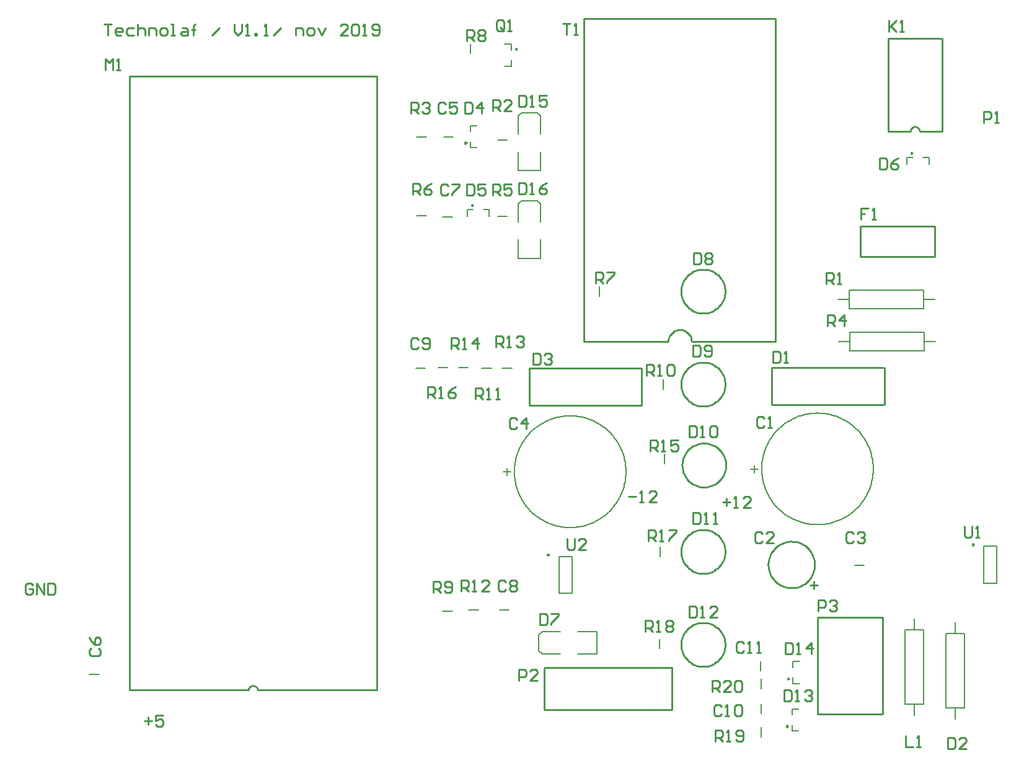
<source format=gto>
G04 Layer_Color=65535*
%FSLAX25Y25*%
%MOIN*%
G70*
G01*
G75*
%ADD41C,0.00984*%
%ADD42C,0.01000*%
%ADD43C,0.00787*%
%ADD44C,0.00591*%
D41*
X372748Y429894D02*
X372010Y430320D01*
Y429467D01*
X372748Y429894D01*
X417095Y208347D02*
X416356Y208773D01*
Y207920D01*
X417095Y208347D01*
X612646Y424386D02*
X611907Y424812D01*
Y423960D01*
X612646Y424386D01*
X376146Y396386D02*
X375408Y396812D01*
Y395960D01*
X376146Y396386D01*
X545677Y116154D02*
X544939Y116580D01*
Y115727D01*
X545677Y116154D01*
X546177Y141654D02*
X545439Y142080D01*
Y141227D01*
X546177Y141654D01*
X399807Y480398D02*
X399069Y480824D01*
Y479971D01*
X399807Y480398D01*
X645543Y213846D02*
X644805Y214273D01*
Y213420D01*
X645543Y213846D01*
D42*
X560000Y203000D02*
X559961Y203993D01*
X559842Y204980D01*
X559646Y205954D01*
X559373Y206910D01*
X559025Y207841D01*
X558603Y208741D01*
X558112Y209605D01*
X557554Y210427D01*
X556932Y211203D01*
X556250Y211926D01*
X555514Y212593D01*
X554726Y213200D01*
X553893Y213741D01*
X553019Y214215D01*
X552111Y214618D01*
X551173Y214948D01*
X550212Y215202D01*
X549234Y215379D01*
X548245Y215478D01*
X547252Y215497D01*
X546259Y215438D01*
X545275Y215300D01*
X544305Y215085D01*
X543355Y214793D01*
X542431Y214426D01*
X541539Y213987D01*
X540685Y213479D01*
X539874Y212904D01*
X539111Y212267D01*
X538402Y211571D01*
X537749Y210821D01*
X537159Y210022D01*
X536633Y209178D01*
X536177Y208295D01*
X535792Y207379D01*
X535481Y206435D01*
X535246Y205469D01*
X535089Y204488D01*
X535010Y203497D01*
Y202503D01*
X535089Y201512D01*
X535246Y200531D01*
X535481Y199565D01*
X535792Y198621D01*
X536177Y197705D01*
X536633Y196822D01*
X537159Y195978D01*
X537749Y195179D01*
X538402Y194429D01*
X539111Y193733D01*
X539874Y193096D01*
X540685Y192521D01*
X541539Y192013D01*
X542431Y191574D01*
X543355Y191207D01*
X544305Y190915D01*
X545275Y190700D01*
X546259Y190562D01*
X547252Y190503D01*
X548245Y190522D01*
X549234Y190621D01*
X550212Y190798D01*
X551173Y191052D01*
X552111Y191382D01*
X553019Y191785D01*
X553893Y192259D01*
X554726Y192800D01*
X555514Y193407D01*
X556251Y194074D01*
X556932Y194797D01*
X557554Y195572D01*
X558112Y196395D01*
X558603Y197259D01*
X559025Y198159D01*
X559373Y199090D01*
X559646Y200046D01*
X559842Y201020D01*
X559961Y202007D01*
X560000Y203000D01*
X493750Y323000D02*
X493673Y323978D01*
X493444Y324931D01*
X493069Y325837D01*
X492556Y326674D01*
X491919Y327419D01*
X491174Y328056D01*
X490337Y328569D01*
X489431Y328944D01*
X488478Y329173D01*
X487500Y329250D01*
X486522Y329173D01*
X485569Y328944D01*
X484663Y328569D01*
X483826Y328056D01*
X483081Y327419D01*
X482444Y326674D01*
X481931Y325837D01*
X481556Y324931D01*
X481327Y323978D01*
X481250Y323000D01*
X511800Y350000D02*
X511758Y351001D01*
X511630Y351994D01*
X511419Y352973D01*
X511126Y353931D01*
X510752Y354860D01*
X510302Y355755D01*
X509776Y356608D01*
X509181Y357413D01*
X508519Y358165D01*
X507796Y358858D01*
X507017Y359487D01*
X506187Y360048D01*
X505312Y360537D01*
X504400Y360949D01*
X503455Y361283D01*
X502486Y361535D01*
X501499Y361704D01*
X500501Y361789D01*
X499499D01*
X498501Y361704D01*
X497514Y361535D01*
X496545Y361283D01*
X495600Y360949D01*
X494688Y360537D01*
X493813Y360048D01*
X492983Y359487D01*
X492204Y358858D01*
X491481Y358165D01*
X490819Y357413D01*
X490224Y356608D01*
X489698Y355755D01*
X489248Y354860D01*
X488874Y353931D01*
X488581Y352973D01*
X488370Y351994D01*
X488242Y351001D01*
X488200Y350000D01*
X488242Y348999D01*
X488370Y348006D01*
X488581Y347027D01*
X488874Y346069D01*
X489248Y345140D01*
X489698Y344245D01*
X490224Y343392D01*
X490819Y342587D01*
X491481Y341835D01*
X492204Y341142D01*
X492983Y340513D01*
X493813Y339952D01*
X494688Y339463D01*
X495600Y339051D01*
X496545Y338717D01*
X497514Y338465D01*
X498501Y338296D01*
X499499Y338211D01*
X500501D01*
X501499Y338296D01*
X502486Y338465D01*
X503455Y338717D01*
X504400Y339051D01*
X505312Y339463D01*
X506187Y339952D01*
X507017Y340513D01*
X507796Y341142D01*
X508519Y341835D01*
X509181Y342587D01*
X509776Y343392D01*
X510302Y344245D01*
X510752Y345140D01*
X511126Y346069D01*
X511419Y347027D01*
X511630Y348006D01*
X511758Y348999D01*
X511800Y350000D01*
Y300000D02*
X511758Y301001D01*
X511630Y301994D01*
X511419Y302973D01*
X511126Y303931D01*
X510752Y304860D01*
X510302Y305755D01*
X509776Y306608D01*
X509181Y307413D01*
X508519Y308165D01*
X507796Y308858D01*
X507017Y309487D01*
X506187Y310048D01*
X505312Y310537D01*
X504400Y310949D01*
X503455Y311283D01*
X502486Y311535D01*
X501499Y311704D01*
X500501Y311789D01*
X499499D01*
X498501Y311704D01*
X497514Y311535D01*
X496545Y311283D01*
X495600Y310949D01*
X494688Y310537D01*
X493813Y310048D01*
X492983Y309487D01*
X492204Y308858D01*
X491481Y308165D01*
X490819Y307413D01*
X490224Y306608D01*
X489698Y305755D01*
X489248Y304860D01*
X488874Y303931D01*
X488581Y302973D01*
X488370Y301994D01*
X488242Y301001D01*
X488200Y300000D01*
X488242Y298999D01*
X488370Y298006D01*
X488581Y297027D01*
X488874Y296069D01*
X489248Y295140D01*
X489698Y294245D01*
X490224Y293392D01*
X490819Y292587D01*
X491481Y291835D01*
X492204Y291142D01*
X492983Y290513D01*
X493813Y289952D01*
X494688Y289463D01*
X495600Y289051D01*
X496545Y288717D01*
X497514Y288465D01*
X498501Y288296D01*
X499499Y288211D01*
X500501D01*
X501499Y288296D01*
X502486Y288465D01*
X503455Y288717D01*
X504400Y289051D01*
X505312Y289463D01*
X506187Y289952D01*
X507017Y290513D01*
X507796Y291142D01*
X508519Y291835D01*
X509181Y292587D01*
X509776Y293392D01*
X510302Y294245D01*
X510752Y295140D01*
X511126Y296069D01*
X511419Y297027D01*
X511630Y298006D01*
X511758Y298999D01*
X511800Y300000D01*
X512300Y256500D02*
X512257Y257501D01*
X512130Y258494D01*
X511919Y259473D01*
X511626Y260431D01*
X511252Y261360D01*
X510802Y262255D01*
X510276Y263108D01*
X509681Y263913D01*
X509019Y264665D01*
X508296Y265358D01*
X507517Y265987D01*
X506687Y266548D01*
X505812Y267037D01*
X504900Y267449D01*
X503955Y267783D01*
X502986Y268035D01*
X501999Y268204D01*
X501001Y268289D01*
X499999D01*
X499001Y268204D01*
X498014Y268035D01*
X497045Y267783D01*
X496100Y267449D01*
X495188Y267037D01*
X494313Y266548D01*
X493483Y265987D01*
X492704Y265358D01*
X491981Y264665D01*
X491319Y263913D01*
X490724Y263108D01*
X490198Y262255D01*
X489747Y261360D01*
X489374Y260431D01*
X489081Y259473D01*
X488870Y258494D01*
X488742Y257501D01*
X488700Y256500D01*
X488742Y255499D01*
X488870Y254506D01*
X489081Y253527D01*
X489374Y252569D01*
X489747Y251640D01*
X490198Y250745D01*
X490724Y249892D01*
X491319Y249087D01*
X491981Y248335D01*
X492704Y247642D01*
X493483Y247013D01*
X494313Y246452D01*
X495188Y245964D01*
X496100Y245551D01*
X497045Y245217D01*
X498014Y244965D01*
X499001Y244796D01*
X499999Y244711D01*
X501001D01*
X501999Y244796D01*
X502986Y244965D01*
X503955Y245217D01*
X504900Y245551D01*
X505812Y245964D01*
X506687Y246452D01*
X507517Y247013D01*
X508296Y247642D01*
X509019Y248335D01*
X509681Y249087D01*
X510276Y249892D01*
X510802Y250745D01*
X511252Y251640D01*
X511626Y252569D01*
X511919Y253527D01*
X512130Y254506D01*
X512257Y255499D01*
X512300Y256500D01*
X511800Y210000D02*
X511758Y211001D01*
X511630Y211994D01*
X511419Y212973D01*
X511126Y213931D01*
X510752Y214860D01*
X510302Y215755D01*
X509776Y216608D01*
X509181Y217413D01*
X508519Y218165D01*
X507796Y218858D01*
X507017Y219487D01*
X506187Y220048D01*
X505312Y220536D01*
X504400Y220949D01*
X503455Y221283D01*
X502486Y221535D01*
X501499Y221704D01*
X500501Y221789D01*
X499499D01*
X498501Y221704D01*
X497514Y221535D01*
X496545Y221283D01*
X495600Y220949D01*
X494688Y220536D01*
X493813Y220048D01*
X492983Y219487D01*
X492204Y218858D01*
X491481Y218165D01*
X490819Y217413D01*
X490224Y216608D01*
X489698Y215755D01*
X489248Y214860D01*
X488874Y213931D01*
X488581Y212973D01*
X488370Y211994D01*
X488242Y211001D01*
X488200Y210000D01*
X488242Y208999D01*
X488370Y208006D01*
X488581Y207027D01*
X488874Y206069D01*
X489248Y205140D01*
X489698Y204245D01*
X490224Y203392D01*
X490819Y202587D01*
X491481Y201835D01*
X492204Y201142D01*
X492983Y200513D01*
X493813Y199952D01*
X494688Y199463D01*
X495600Y199051D01*
X496545Y198717D01*
X497514Y198465D01*
X498501Y198296D01*
X499499Y198211D01*
X500501D01*
X501499Y198296D01*
X502486Y198465D01*
X503455Y198717D01*
X504400Y199051D01*
X505312Y199463D01*
X506187Y199952D01*
X507017Y200513D01*
X507796Y201142D01*
X508519Y201835D01*
X509181Y202587D01*
X509776Y203392D01*
X510302Y204245D01*
X510752Y205140D01*
X511126Y206069D01*
X511419Y207027D01*
X511630Y208006D01*
X511758Y208999D01*
X511800Y210000D01*
Y160000D02*
X511758Y161001D01*
X511630Y161994D01*
X511419Y162973D01*
X511126Y163931D01*
X510752Y164860D01*
X510302Y165755D01*
X509776Y166608D01*
X509181Y167413D01*
X508519Y168165D01*
X507796Y168858D01*
X507017Y169487D01*
X506187Y170048D01*
X505312Y170536D01*
X504400Y170949D01*
X503455Y171283D01*
X502486Y171535D01*
X501499Y171704D01*
X500501Y171789D01*
X499499D01*
X498501Y171704D01*
X497514Y171535D01*
X496545Y171283D01*
X495600Y170949D01*
X494688Y170536D01*
X493813Y170048D01*
X492983Y169487D01*
X492204Y168858D01*
X491481Y168165D01*
X490819Y167413D01*
X490224Y166608D01*
X489698Y165755D01*
X489248Y164860D01*
X488874Y163931D01*
X488581Y162973D01*
X488370Y161994D01*
X488242Y161001D01*
X488200Y160000D01*
X488242Y158999D01*
X488370Y158006D01*
X488581Y157027D01*
X488874Y156069D01*
X489248Y155140D01*
X489698Y154245D01*
X490224Y153392D01*
X490819Y152587D01*
X491481Y151835D01*
X492204Y151142D01*
X492983Y150513D01*
X493813Y149952D01*
X494688Y149463D01*
X495600Y149051D01*
X496545Y148717D01*
X497514Y148465D01*
X498501Y148296D01*
X499499Y148211D01*
X500501D01*
X501499Y148296D01*
X502486Y148465D01*
X503455Y148717D01*
X504400Y149051D01*
X505312Y149463D01*
X506187Y149952D01*
X507017Y150513D01*
X507796Y151142D01*
X508519Y151835D01*
X509181Y152587D01*
X509776Y153392D01*
X510302Y154245D01*
X510752Y155140D01*
X511126Y156069D01*
X511419Y157027D01*
X511630Y158006D01*
X511758Y158999D01*
X511800Y160000D01*
X616500Y436000D02*
X616310Y436957D01*
X615768Y437768D01*
X614957Y438310D01*
X614000Y438500D01*
X613043Y438310D01*
X612232Y437768D01*
X611690Y436957D01*
X611500Y436000D01*
X260500Y135500D02*
X260310Y136457D01*
X259768Y137268D01*
X258957Y137810D01*
X258000Y138000D01*
X257043Y137810D01*
X256232Y137268D01*
X255690Y136457D01*
X255500Y135500D01*
X557500Y192000D02*
X561500D01*
X559500Y190000D02*
Y194000D01*
X493750Y323000D02*
X539000D01*
X436000D02*
X481250D01*
X436000D02*
Y496500D01*
X539000D01*
Y323000D02*
Y496500D01*
X414550Y125051D02*
Y147051D01*
Y147551D02*
X483200D01*
Y125051D02*
Y147551D01*
X414550Y125051D02*
X483200D01*
X616500Y436000D02*
X628500D01*
X599500D02*
X611500D01*
X599600D02*
Y486000D01*
X628000D01*
X628400Y436000D02*
Y486000D01*
X406500Y288500D02*
Y308500D01*
Y288500D02*
X466500D01*
X467000D02*
Y308500D01*
X406500D02*
X466500D01*
X537000Y289000D02*
Y309000D01*
Y289000D02*
X597000D01*
X597500D02*
Y309000D01*
X537000D02*
X597000D01*
X584500Y368500D02*
X624500D01*
X584500D02*
Y385000D01*
X624500D01*
Y368500D02*
Y385000D01*
X260500Y135500D02*
X324500D01*
X191500D02*
X255500D01*
X191500D02*
Y465500D01*
X324500D01*
Y135500D02*
Y465500D01*
X561500Y134075D02*
Y174500D01*
Y122500D02*
Y142225D01*
Y122500D02*
X596450D01*
Y174500D01*
X561500D02*
X596450D01*
X377500Y292000D02*
Y297998D01*
X380499D01*
X381499Y296998D01*
Y294999D01*
X380499Y293999D01*
X377500D01*
X379499D02*
X381499Y292000D01*
X383498D02*
X385497D01*
X384498D01*
Y297998D01*
X383498Y296998D01*
X388496Y292000D02*
X390496D01*
X389496D01*
Y297998D01*
X388496Y296998D01*
X372000Y451498D02*
Y445500D01*
X374999D01*
X375999Y446500D01*
Y450498D01*
X374999Y451498D01*
X372000D01*
X380997Y445500D02*
Y451498D01*
X377998Y448499D01*
X381997D01*
X401000Y408198D02*
Y402200D01*
X403999D01*
X404999Y403200D01*
Y407198D01*
X403999Y408198D01*
X401000D01*
X406998Y402200D02*
X408997D01*
X407998D01*
Y408198D01*
X406998Y407198D01*
X415995Y408198D02*
X413996Y407198D01*
X411996Y405199D01*
Y403200D01*
X412996Y402200D01*
X414995D01*
X415995Y403200D01*
Y404199D01*
X414995Y405199D01*
X411996D01*
X401000Y455415D02*
Y449416D01*
X403999D01*
X404999Y450416D01*
Y454415D01*
X403999Y455415D01*
X401000D01*
X406998Y449416D02*
X408997D01*
X407998D01*
Y455415D01*
X406998Y454415D01*
X415995Y455415D02*
X411996D01*
Y452416D01*
X413996Y453415D01*
X414995D01*
X415995Y452416D01*
Y450416D01*
X414995Y449416D01*
X412996D01*
X411996Y450416D01*
X492500Y180498D02*
Y174500D01*
X495499D01*
X496499Y175500D01*
Y179498D01*
X495499Y180498D01*
X492500D01*
X498498Y174500D02*
X500497D01*
X499498D01*
Y180498D01*
X498498Y179498D01*
X507495Y174500D02*
X503496D01*
X507495Y178499D01*
Y179498D01*
X506496Y180498D01*
X504496D01*
X503496Y179498D01*
X494500Y230998D02*
Y225000D01*
X497499D01*
X498499Y226000D01*
Y229998D01*
X497499Y230998D01*
X494500D01*
X500498Y225000D02*
X502497D01*
X501498D01*
Y230998D01*
X500498Y229998D01*
X505496Y225000D02*
X507496D01*
X506496D01*
Y230998D01*
X505496Y229998D01*
X492500Y277498D02*
Y271500D01*
X495499D01*
X496499Y272500D01*
Y276498D01*
X495499Y277498D01*
X492500D01*
X498498Y271500D02*
X500497D01*
X499498D01*
Y277498D01*
X498498Y276498D01*
X503496D02*
X504496Y277498D01*
X506496D01*
X507495Y276498D01*
Y272500D01*
X506496Y271500D01*
X504496D01*
X503496Y272500D01*
Y276498D01*
X494500Y320998D02*
Y315000D01*
X497499D01*
X498499Y316000D01*
Y319998D01*
X497499Y320998D01*
X494500D01*
X500498Y316000D02*
X501498Y315000D01*
X503497D01*
X504497Y316000D01*
Y319998D01*
X503497Y320998D01*
X501498D01*
X500498Y319998D01*
Y318999D01*
X501498Y317999D01*
X504497D01*
X495000Y370498D02*
Y364500D01*
X497999D01*
X498999Y365500D01*
Y369498D01*
X497999Y370498D01*
X495000D01*
X500998Y369498D02*
X501998Y370498D01*
X503997D01*
X504997Y369498D01*
Y368499D01*
X503997Y367499D01*
X504997Y366499D01*
Y365500D01*
X503997Y364500D01*
X501998D01*
X500998Y365500D01*
Y366499D01*
X501998Y367499D01*
X500998Y368499D01*
Y369498D01*
X501998Y367499D02*
X503997D01*
X373000Y484700D02*
Y490698D01*
X375999D01*
X376999Y489698D01*
Y487699D01*
X375999Y486699D01*
X373000D01*
X374999D02*
X376999Y484700D01*
X378998Y489698D02*
X379998Y490698D01*
X381997D01*
X382997Y489698D01*
Y488699D01*
X381997Y487699D01*
X382997Y486699D01*
Y485700D01*
X381997Y484700D01*
X379998D01*
X378998Y485700D01*
Y486699D01*
X379998Y487699D01*
X378998Y488699D01*
Y489698D01*
X379998Y487699D02*
X381997D01*
X505000Y134500D02*
Y140498D01*
X507999D01*
X508999Y139498D01*
Y137499D01*
X507999Y136499D01*
X505000D01*
X506999D02*
X508999Y134500D01*
X514997D02*
X510998D01*
X514997Y138499D01*
Y139498D01*
X513997Y140498D01*
X511998D01*
X510998Y139498D01*
X516996D02*
X517996Y140498D01*
X519995D01*
X520995Y139498D01*
Y135500D01*
X519995Y134500D01*
X517996D01*
X516996Y135500D01*
Y139498D01*
X506500Y108000D02*
Y113998D01*
X509499D01*
X510499Y112998D01*
Y110999D01*
X509499Y109999D01*
X506500D01*
X508499D02*
X510499Y108000D01*
X512498D02*
X514497D01*
X513498D01*
Y113998D01*
X512498Y112998D01*
X517496Y109000D02*
X518496Y108000D01*
X520496D01*
X521495Y109000D01*
Y112998D01*
X520496Y113998D01*
X518496D01*
X517496Y112998D01*
Y111999D01*
X518496Y110999D01*
X521495D01*
X600000Y495498D02*
Y489500D01*
Y491499D01*
X603999Y495498D01*
X601000Y492499D01*
X603999Y489500D01*
X605998D02*
X607997D01*
X606998D01*
Y495498D01*
X605998Y494498D01*
X544100Y161098D02*
Y155100D01*
X547099D01*
X548099Y156100D01*
Y160098D01*
X547099Y161098D01*
X544100D01*
X550098Y155100D02*
X552097D01*
X551098D01*
Y161098D01*
X550098Y160098D01*
X558096Y155100D02*
Y161098D01*
X555096Y158099D01*
X559095D01*
X543600Y135598D02*
Y129600D01*
X546599D01*
X547599Y130600D01*
Y134598D01*
X546599Y135598D01*
X543600D01*
X549598Y129600D02*
X551597D01*
X550598D01*
Y135598D01*
X549598Y134598D01*
X554596D02*
X555596Y135598D01*
X557595D01*
X558595Y134598D01*
Y133599D01*
X557595Y132599D01*
X556596D01*
X557595D01*
X558595Y131599D01*
Y130600D01*
X557595Y129600D01*
X555596D01*
X554596Y130600D01*
X521999Y160498D02*
X520999Y161498D01*
X519000D01*
X518000Y160498D01*
Y156500D01*
X519000Y155500D01*
X520999D01*
X521999Y156500D01*
X523998Y155500D02*
X525997D01*
X524998D01*
Y161498D01*
X523998Y160498D01*
X528996Y155500D02*
X530996D01*
X529996D01*
Y161498D01*
X528996Y160498D01*
X509999Y126498D02*
X508999Y127498D01*
X507000D01*
X506000Y126498D01*
Y122500D01*
X507000Y121500D01*
X508999D01*
X509999Y122500D01*
X511998Y121500D02*
X513997D01*
X512998D01*
Y127498D01*
X511998Y126498D01*
X516996D02*
X517996Y127498D01*
X519995D01*
X520995Y126498D01*
Y122500D01*
X519995Y121500D01*
X517996D01*
X516996Y122500D01*
Y126498D01*
X427000Y216998D02*
Y212000D01*
X428000Y211000D01*
X429999D01*
X430999Y212000D01*
Y216998D01*
X436997Y211000D02*
X432998D01*
X436997Y214999D01*
Y215998D01*
X435997Y216998D01*
X433998D01*
X432998Y215998D01*
X640500Y223798D02*
Y218800D01*
X641500Y217800D01*
X643499D01*
X644499Y218800D01*
Y223798D01*
X646498Y217800D02*
X648497D01*
X647498D01*
Y223798D01*
X646498Y222798D01*
X651000Y440500D02*
Y446498D01*
X653999D01*
X654999Y445498D01*
Y443499D01*
X653999Y442499D01*
X651000D01*
X656998Y440500D02*
X658997D01*
X657998D01*
Y446498D01*
X656998Y445498D01*
X424500Y493998D02*
X428499D01*
X426499D01*
Y488000D01*
X430498D02*
X432497D01*
X431498D01*
Y493998D01*
X430498Y492998D01*
X178600Y469000D02*
Y474998D01*
X180599Y472999D01*
X182599Y474998D01*
Y469000D01*
X184598D02*
X186597D01*
X185598D01*
Y474998D01*
X184598Y473998D01*
X469000Y167000D02*
Y172998D01*
X471999D01*
X472999Y171998D01*
Y169999D01*
X471999Y168999D01*
X469000D01*
X470999D02*
X472999Y167000D01*
X474998D02*
X476997D01*
X475998D01*
Y172998D01*
X474998Y171998D01*
X479996D02*
X480996Y172998D01*
X482996D01*
X483995Y171998D01*
Y170999D01*
X482996Y169999D01*
X483995Y168999D01*
Y168000D01*
X482996Y167000D01*
X480996D01*
X479996Y168000D01*
Y168999D01*
X480996Y169999D01*
X479996Y170999D01*
Y171998D01*
X480996Y169999D02*
X482996D01*
X470500Y215500D02*
Y221498D01*
X473499D01*
X474499Y220498D01*
Y218499D01*
X473499Y217499D01*
X470500D01*
X472499D02*
X474499Y215500D01*
X476498D02*
X478497D01*
X477498D01*
Y221498D01*
X476498Y220498D01*
X481496Y221498D02*
X485495D01*
Y220498D01*
X481496Y216500D01*
Y215500D01*
X352000Y292500D02*
Y298498D01*
X354999D01*
X355999Y297498D01*
Y295499D01*
X354999Y294499D01*
X352000D01*
X353999D02*
X355999Y292500D01*
X357998D02*
X359997D01*
X358998D01*
Y298498D01*
X357998Y297498D01*
X366995Y298498D02*
X364996Y297498D01*
X362996Y295499D01*
Y293500D01*
X363996Y292500D01*
X365996D01*
X366995Y293500D01*
Y294499D01*
X365996Y295499D01*
X362996D01*
X471500Y264000D02*
Y269998D01*
X474499D01*
X475499Y268998D01*
Y266999D01*
X474499Y265999D01*
X471500D01*
X473499D02*
X475499Y264000D01*
X477498D02*
X479497D01*
X478498D01*
Y269998D01*
X477498Y268998D01*
X486495Y269998D02*
X482496D01*
Y266999D01*
X484496Y267999D01*
X485496D01*
X486495Y266999D01*
Y265000D01*
X485496Y264000D01*
X483496D01*
X482496Y265000D01*
X364500Y319000D02*
Y324998D01*
X367499D01*
X368499Y323998D01*
Y321999D01*
X367499Y320999D01*
X364500D01*
X366499D02*
X368499Y319000D01*
X370498D02*
X372497D01*
X371498D01*
Y324998D01*
X370498Y323998D01*
X378496Y319000D02*
Y324998D01*
X375496Y321999D01*
X379495D01*
X388500Y320000D02*
Y325998D01*
X391499D01*
X392499Y324998D01*
Y322999D01*
X391499Y321999D01*
X388500D01*
X390499D02*
X392499Y320000D01*
X394498D02*
X396497D01*
X395498D01*
Y325998D01*
X394498Y324998D01*
X399496D02*
X400496Y325998D01*
X402495D01*
X403495Y324998D01*
Y323999D01*
X402495Y322999D01*
X401496D01*
X402495D01*
X403495Y321999D01*
Y321000D01*
X402495Y320000D01*
X400496D01*
X399496Y321000D01*
X370000Y188500D02*
Y194498D01*
X372999D01*
X373999Y193498D01*
Y191499D01*
X372999Y190499D01*
X370000D01*
X371999D02*
X373999Y188500D01*
X375998D02*
X377997D01*
X376998D01*
Y194498D01*
X375998Y193498D01*
X384995Y188500D02*
X380996D01*
X384995Y192499D01*
Y193498D01*
X383996Y194498D01*
X381996D01*
X380996Y193498D01*
X469500Y304500D02*
Y310498D01*
X472499D01*
X473499Y309498D01*
Y307499D01*
X472499Y306499D01*
X469500D01*
X471499D02*
X473499Y304500D01*
X475498D02*
X477497D01*
X476498D01*
Y310498D01*
X475498Y309498D01*
X480496D02*
X481496Y310498D01*
X483496D01*
X484495Y309498D01*
Y305500D01*
X483496Y304500D01*
X481496D01*
X480496Y305500D01*
Y309498D01*
X355000Y188000D02*
Y193998D01*
X357999D01*
X358999Y192998D01*
Y190999D01*
X357999Y189999D01*
X355000D01*
X356999D02*
X358999Y188000D01*
X360998Y189000D02*
X361998Y188000D01*
X363997D01*
X364997Y189000D01*
Y192998D01*
X363997Y193998D01*
X361998D01*
X360998Y192998D01*
Y191999D01*
X361998Y190999D01*
X364997D01*
X442200Y354200D02*
Y360198D01*
X445199D01*
X446199Y359198D01*
Y357199D01*
X445199Y356199D01*
X442200D01*
X444199D02*
X446199Y354200D01*
X448198Y360198D02*
X452197D01*
Y359198D01*
X448198Y355200D01*
Y354200D01*
X344000Y402000D02*
Y407998D01*
X346999D01*
X347999Y406998D01*
Y404999D01*
X346999Y403999D01*
X344000D01*
X345999D02*
X347999Y402000D01*
X353997Y407998D02*
X351997Y406998D01*
X349998Y404999D01*
Y403000D01*
X350998Y402000D01*
X352997D01*
X353997Y403000D01*
Y403999D01*
X352997Y404999D01*
X349998D01*
X387000Y401500D02*
Y407498D01*
X389999D01*
X390999Y406498D01*
Y404499D01*
X389999Y403499D01*
X387000D01*
X388999D02*
X390999Y401500D01*
X396997Y407498D02*
X392998D01*
Y404499D01*
X394997Y405499D01*
X395997D01*
X396997Y404499D01*
Y402500D01*
X395997Y401500D01*
X393998D01*
X392998Y402500D01*
X566800Y331400D02*
Y337398D01*
X569799D01*
X570799Y336398D01*
Y334399D01*
X569799Y333399D01*
X566800D01*
X568799D02*
X570799Y331400D01*
X575797D02*
Y337398D01*
X572798Y334399D01*
X576797D01*
X343000Y445500D02*
Y451498D01*
X345999D01*
X346999Y450498D01*
Y448499D01*
X345999Y447499D01*
X343000D01*
X344999D02*
X346999Y445500D01*
X348998Y450498D02*
X349998Y451498D01*
X351997D01*
X352997Y450498D01*
Y449499D01*
X351997Y448499D01*
X350997D01*
X351997D01*
X352997Y447499D01*
Y446500D01*
X351997Y445500D01*
X349998D01*
X348998Y446500D01*
X387000Y447000D02*
Y452998D01*
X389999D01*
X390999Y451998D01*
Y449999D01*
X389999Y448999D01*
X387000D01*
X388999D02*
X390999Y447000D01*
X396997D02*
X392998D01*
X396997Y450999D01*
Y451998D01*
X395997Y452998D01*
X393998D01*
X392998Y451998D01*
X566300Y353900D02*
Y359898D01*
X569299D01*
X570299Y358898D01*
Y356899D01*
X569299Y355899D01*
X566300D01*
X568299D02*
X570299Y353900D01*
X572298D02*
X574297D01*
X573298D01*
Y359898D01*
X572298Y358898D01*
X393049Y490901D02*
Y494900D01*
X392049Y495899D01*
X390050D01*
X389050Y494900D01*
Y490901D01*
X390050Y489901D01*
X392049D01*
X391049Y491900D02*
X393049Y489901D01*
X392049D02*
X393049Y490901D01*
X395048Y489901D02*
X397047D01*
X396048D01*
Y495899D01*
X395048Y494900D01*
X401000Y140500D02*
Y146498D01*
X403999D01*
X404999Y145498D01*
Y143499D01*
X403999Y142499D01*
X401000D01*
X410997Y140500D02*
X406998D01*
X410997Y144499D01*
Y145498D01*
X409997Y146498D01*
X407998D01*
X406998Y145498D01*
X609000Y110998D02*
Y105000D01*
X612999D01*
X614998D02*
X616997D01*
X615998D01*
Y110998D01*
X614998Y109998D01*
X588999Y394498D02*
X585000D01*
Y391499D01*
X586999D01*
X585000D01*
Y388500D01*
X590998D02*
X592997D01*
X591998D01*
Y394498D01*
X590998Y393498D01*
X412358Y176498D02*
Y170500D01*
X415357D01*
X416357Y171500D01*
Y175498D01*
X415357Y176498D01*
X412358D01*
X418356D02*
X422355D01*
Y175498D01*
X418356Y171500D01*
Y170500D01*
X594740Y421640D02*
Y415642D01*
X597739D01*
X598739Y416641D01*
Y420640D01*
X597739Y421640D01*
X594740D01*
X604737D02*
X602738Y420640D01*
X600738Y418641D01*
Y416641D01*
X601738Y415642D01*
X603737D01*
X604737Y416641D01*
Y417641D01*
X603737Y418641D01*
X600738D01*
X373000Y407498D02*
Y401500D01*
X375999D01*
X376999Y402500D01*
Y406498D01*
X375999Y407498D01*
X373000D01*
X382997D02*
X378998D01*
Y404499D01*
X380997Y405499D01*
X381997D01*
X382997Y404499D01*
Y402500D01*
X381997Y401500D01*
X379998D01*
X378998Y402500D01*
X408500Y316498D02*
Y310500D01*
X411499D01*
X412499Y311500D01*
Y315498D01*
X411499Y316498D01*
X408500D01*
X414498Y315498D02*
X415498Y316498D01*
X417497D01*
X418497Y315498D01*
Y314499D01*
X417497Y313499D01*
X416497D01*
X417497D01*
X418497Y312499D01*
Y311500D01*
X417497Y310500D01*
X415498D01*
X414498Y311500D01*
X631500Y109998D02*
Y104000D01*
X634499D01*
X635499Y105000D01*
Y108998D01*
X634499Y109998D01*
X631500D01*
X641497Y104000D02*
X637498D01*
X641497Y107999D01*
Y108998D01*
X640497Y109998D01*
X638498D01*
X637498Y108998D01*
X537500Y317498D02*
Y311500D01*
X540499D01*
X541499Y312500D01*
Y316498D01*
X540499Y317498D01*
X537500D01*
X543498Y311500D02*
X545497D01*
X544498D01*
Y317498D01*
X543498Y316498D01*
X346999Y323998D02*
X345999Y324998D01*
X344000D01*
X343000Y323998D01*
Y320000D01*
X344000Y319000D01*
X345999D01*
X346999Y320000D01*
X348998D02*
X349998Y319000D01*
X351997D01*
X352997Y320000D01*
Y323998D01*
X351997Y324998D01*
X349998D01*
X348998Y323998D01*
Y322999D01*
X349998Y321999D01*
X352997D01*
X393999Y193498D02*
X392999Y194498D01*
X391000D01*
X390000Y193498D01*
Y189500D01*
X391000Y188500D01*
X392999D01*
X393999Y189500D01*
X395998Y193498D02*
X396998Y194498D01*
X398997D01*
X399997Y193498D01*
Y192499D01*
X398997Y191499D01*
X399997Y190499D01*
Y189500D01*
X398997Y188500D01*
X396998D01*
X395998Y189500D01*
Y190499D01*
X396998Y191499D01*
X395998Y192499D01*
Y193498D01*
X396998Y191499D02*
X398997D01*
X362999Y406498D02*
X361999Y407498D01*
X360000D01*
X359000Y406498D01*
Y402500D01*
X360000Y401500D01*
X361999D01*
X362999Y402500D01*
X364998Y407498D02*
X368997D01*
Y406498D01*
X364998Y402500D01*
Y401500D01*
X171002Y157999D02*
X170002Y156999D01*
Y155000D01*
X171002Y154000D01*
X175000D01*
X176000Y155000D01*
Y156999D01*
X175000Y157999D01*
X170002Y163997D02*
X171002Y161997D01*
X173001Y159998D01*
X175000D01*
X176000Y160998D01*
Y162997D01*
X175000Y163997D01*
X174001D01*
X173001Y162997D01*
Y159998D01*
X361499Y450498D02*
X360499Y451498D01*
X358500D01*
X357500Y450498D01*
Y446500D01*
X358500Y445500D01*
X360499D01*
X361499Y446500D01*
X367497Y451498D02*
X363498D01*
Y448499D01*
X365497Y449499D01*
X366497D01*
X367497Y448499D01*
Y446500D01*
X366497Y445500D01*
X364498D01*
X363498Y446500D01*
X399999Y280998D02*
X398999Y281998D01*
X397000D01*
X396000Y280998D01*
Y277000D01*
X397000Y276000D01*
X398999D01*
X399999Y277000D01*
X404997Y276000D02*
Y281998D01*
X401998Y278999D01*
X405997D01*
X580999Y219498D02*
X579999Y220498D01*
X578000D01*
X577000Y219498D01*
Y215500D01*
X578000Y214500D01*
X579999D01*
X580999Y215500D01*
X582998Y219498D02*
X583998Y220498D01*
X585997D01*
X586997Y219498D01*
Y218499D01*
X585997Y217499D01*
X584997D01*
X585997D01*
X586997Y216499D01*
Y215500D01*
X585997Y214500D01*
X583998D01*
X582998Y215500D01*
X531999Y219498D02*
X530999Y220498D01*
X529000D01*
X528000Y219498D01*
Y215500D01*
X529000Y214500D01*
X530999D01*
X531999Y215500D01*
X537997Y214500D02*
X533998D01*
X537997Y218499D01*
Y219498D01*
X536997Y220498D01*
X534998D01*
X533998Y219498D01*
X532999Y281498D02*
X531999Y282498D01*
X530000D01*
X529000Y281498D01*
Y277500D01*
X530000Y276500D01*
X531999D01*
X532999Y277500D01*
X534998Y276500D02*
X536997D01*
X535998D01*
Y282498D01*
X534998Y281498D01*
X562050Y178050D02*
Y184048D01*
X565049D01*
X566049Y183048D01*
Y181049D01*
X565049Y180049D01*
X562050D01*
X568048Y183048D02*
X569048Y184048D01*
X571047D01*
X572047Y183048D01*
Y182049D01*
X571047Y181049D01*
X570047D01*
X571047D01*
X572047Y180049D01*
Y179050D01*
X571047Y178050D01*
X569048D01*
X568048Y179050D01*
X460000Y239499D02*
X463999D01*
X465998Y236500D02*
X467997D01*
X466998D01*
Y242498D01*
X465998Y241498D01*
X474995Y236500D02*
X470996D01*
X474995Y240499D01*
Y241498D01*
X473995Y242498D01*
X471996D01*
X470996Y241498D01*
X510500Y236499D02*
X514499D01*
X512499Y238498D02*
Y234500D01*
X516498Y233500D02*
X518497D01*
X517498D01*
Y239498D01*
X516498Y238498D01*
X525495Y233500D02*
X521496D01*
X525495Y237499D01*
Y238498D01*
X524496Y239498D01*
X522496D01*
X521496Y238498D01*
X199500Y118999D02*
X203499D01*
X201499Y120998D02*
Y117000D01*
X209497Y121998D02*
X205498D01*
Y118999D01*
X207497Y119999D01*
X208497D01*
X209497Y118999D01*
Y117000D01*
X208497Y116000D01*
X206498D01*
X205498Y117000D01*
X139499Y191998D02*
X138499Y192998D01*
X136500D01*
X135500Y191998D01*
Y188000D01*
X136500Y187000D01*
X138499D01*
X139499Y188000D01*
Y189999D01*
X137499D01*
X141498Y187000D02*
Y192998D01*
X145497Y187000D01*
Y192998D01*
X147496D02*
Y187000D01*
X150495D01*
X151495Y188000D01*
Y191998D01*
X150495Y192998D01*
X147496D01*
X178000Y493498D02*
X181999D01*
X179999D01*
Y487500D01*
X186997D02*
X184998D01*
X183998Y488500D01*
Y490499D01*
X184998Y491499D01*
X186997D01*
X187997Y490499D01*
Y489499D01*
X183998D01*
X193995Y491499D02*
X190996D01*
X189996Y490499D01*
Y488500D01*
X190996Y487500D01*
X193995D01*
X195994Y493498D02*
Y487500D01*
Y490499D01*
X196994Y491499D01*
X198993D01*
X199993Y490499D01*
Y487500D01*
X201992D02*
Y491499D01*
X204991D01*
X205991Y490499D01*
Y487500D01*
X208990D02*
X210989D01*
X211989Y488500D01*
Y490499D01*
X210989Y491499D01*
X208990D01*
X207990Y490499D01*
Y488500D01*
X208990Y487500D01*
X213988D02*
X215988D01*
X214988D01*
Y493498D01*
X213988D01*
X219986Y491499D02*
X221986D01*
X222985Y490499D01*
Y487500D01*
X219986D01*
X218987Y488500D01*
X219986Y489499D01*
X222985D01*
X225985Y487500D02*
Y492498D01*
Y490499D01*
X224985D01*
X226984D01*
X225985D01*
Y492498D01*
X226984Y493498D01*
X235981Y487500D02*
X239980Y491499D01*
X247977Y493498D02*
Y489499D01*
X249977Y487500D01*
X251976Y489499D01*
Y493498D01*
X253975Y487500D02*
X255975D01*
X254975D01*
Y493498D01*
X253975Y492498D01*
X258974Y487500D02*
Y488500D01*
X259974D01*
Y487500D01*
X258974D01*
X263972D02*
X265971D01*
X264972D01*
Y493498D01*
X263972Y492498D01*
X268971Y487500D02*
X272969Y491499D01*
X280967Y487500D02*
Y491499D01*
X283966D01*
X284965Y490499D01*
Y487500D01*
X287964D02*
X289964D01*
X290964Y488500D01*
Y490499D01*
X289964Y491499D01*
X287964D01*
X286965Y490499D01*
Y488500D01*
X287964Y487500D01*
X292963Y491499D02*
X294962Y487500D01*
X296961Y491499D01*
X308958Y487500D02*
X304959D01*
X308958Y491499D01*
Y492498D01*
X307958Y493498D01*
X305959D01*
X304959Y492498D01*
X310957D02*
X311957Y493498D01*
X313956D01*
X314956Y492498D01*
Y488500D01*
X313956Y487500D01*
X311957D01*
X310957Y488500D01*
Y492498D01*
X316955Y487500D02*
X318954D01*
X317955D01*
Y493498D01*
X316955Y492498D01*
X321953Y488500D02*
X322953Y487500D01*
X324952D01*
X325952Y488500D01*
Y492498D01*
X324952Y493498D01*
X322953D01*
X321953Y492498D01*
Y491499D01*
X322953Y490499D01*
X325952D01*
D43*
X458500Y253000D02*
X458483Y254002D01*
X458433Y255004D01*
X458349Y256003D01*
X458232Y256999D01*
X458082Y257990D01*
X457899Y258976D01*
X457683Y259955D01*
X457434Y260926D01*
X457153Y261888D01*
X456840Y262841D01*
X456495Y263782D01*
X456119Y264712D01*
X455713Y265628D01*
X455276Y266530D01*
X454809Y267418D01*
X454312Y268288D01*
X453787Y269143D01*
X453233Y269978D01*
X452652Y270795D01*
X452044Y271592D01*
X451410Y272369D01*
X450750Y273124D01*
X450065Y273856D01*
X449356Y274565D01*
X448624Y275250D01*
X447869Y275910D01*
X447092Y276544D01*
X446295Y277152D01*
X445478Y277733D01*
X444642Y278287D01*
X443788Y278812D01*
X442917Y279309D01*
X442030Y279776D01*
X441128Y280213D01*
X440212Y280620D01*
X439282Y280995D01*
X438341Y281340D01*
X437388Y281653D01*
X436426Y281934D01*
X435455Y282183D01*
X434476Y282399D01*
X433490Y282582D01*
X432499Y282732D01*
X431503Y282849D01*
X430504Y282933D01*
X429502Y282983D01*
X428500Y283000D01*
X427497Y282983D01*
X426496Y282933D01*
X425497Y282849D01*
X424501Y282732D01*
X423510Y282582D01*
X422524Y282399D01*
X421545Y282183D01*
X420574Y281934D01*
X419612Y281653D01*
X418659Y281340D01*
X417718Y280995D01*
X416788Y280620D01*
X415872Y280213D01*
X414970Y279776D01*
X414082Y279309D01*
X413211Y278812D01*
X412358Y278287D01*
X411522Y277733D01*
X410705Y277152D01*
X409907Y276544D01*
X409131Y275910D01*
X408377Y275250D01*
X407644Y274565D01*
X406935Y273856D01*
X406250Y273124D01*
X405590Y272369D01*
X404956Y271592D01*
X404348Y270795D01*
X403767Y269978D01*
X403213Y269143D01*
X402688Y268288D01*
X402191Y267418D01*
X401724Y266530D01*
X401287Y265628D01*
X400880Y264712D01*
X400505Y263782D01*
X400160Y262841D01*
X399847Y261888D01*
X399566Y260926D01*
X399317Y259955D01*
X399101Y258976D01*
X398918Y257990D01*
X398768Y256999D01*
X398651Y256003D01*
X398567Y255004D01*
X398517Y254002D01*
X398500Y253000D01*
X398517Y251998D01*
X398567Y250996D01*
X398651Y249997D01*
X398768Y249002D01*
X398918Y248010D01*
X399101Y247024D01*
X399317Y246045D01*
X399566Y245074D01*
X399847Y244112D01*
X400160Y243159D01*
X400504Y242218D01*
X400880Y241288D01*
X401287Y240372D01*
X401724Y239470D01*
X402191Y238583D01*
X402688Y237712D01*
X403213Y236858D01*
X403767Y236022D01*
X404348Y235205D01*
X404956Y234408D01*
X405590Y233631D01*
X406250Y232877D01*
X406935Y232144D01*
X407644Y231435D01*
X408376Y230751D01*
X409131Y230090D01*
X409907Y229456D01*
X410704Y228848D01*
X411521Y228267D01*
X412357Y227713D01*
X413211Y227188D01*
X414082Y226692D01*
X414969Y226224D01*
X415872Y225787D01*
X416788Y225381D01*
X417718Y225005D01*
X418659Y224660D01*
X419612Y224347D01*
X420574Y224066D01*
X421545Y223817D01*
X422524Y223601D01*
X423510Y223418D01*
X424501Y223268D01*
X425497Y223151D01*
X426496Y223067D01*
X427497Y223017D01*
X428500Y223000D01*
X429502Y223017D01*
X430504Y223067D01*
X431503Y223151D01*
X432498Y223268D01*
X433490Y223418D01*
X434475Y223601D01*
X435454Y223817D01*
X436426Y224066D01*
X437388Y224347D01*
X438341Y224660D01*
X439282Y225005D01*
X440211Y225380D01*
X441128Y225787D01*
X442030Y226224D01*
X442917Y226691D01*
X443788Y227188D01*
X444642Y227713D01*
X445478Y228267D01*
X446295Y228848D01*
X447092Y229456D01*
X447869Y230090D01*
X448623Y230750D01*
X449356Y231435D01*
X450065Y232144D01*
X450749Y232876D01*
X451409Y233631D01*
X452044Y234407D01*
X452652Y235204D01*
X453233Y236021D01*
X453787Y236857D01*
X454312Y237711D01*
X454808Y238582D01*
X455275Y239469D01*
X455713Y240372D01*
X456119Y241288D01*
X456495Y242217D01*
X456840Y243159D01*
X457153Y244111D01*
X457434Y245074D01*
X457683Y246045D01*
X457899Y247024D01*
X458082Y248010D01*
X458232Y249001D01*
X458349Y249997D01*
X458433Y250996D01*
X458483Y251997D01*
X458500Y253000D01*
X591500Y254500D02*
X591483Y255502D01*
X591433Y256504D01*
X591349Y257503D01*
X591232Y258499D01*
X591082Y259490D01*
X590899Y260476D01*
X590683Y261455D01*
X590434Y262426D01*
X590153Y263388D01*
X589840Y264341D01*
X589495Y265282D01*
X589119Y266212D01*
X588713Y267128D01*
X588276Y268030D01*
X587809Y268917D01*
X587312Y269789D01*
X586787Y270642D01*
X586233Y271478D01*
X585652Y272295D01*
X585044Y273093D01*
X584410Y273869D01*
X583750Y274623D01*
X583065Y275356D01*
X582356Y276065D01*
X581624Y276750D01*
X580869Y277410D01*
X580092Y278044D01*
X579295Y278652D01*
X578478Y279233D01*
X577642Y279787D01*
X576789Y280312D01*
X575917Y280808D01*
X575030Y281276D01*
X574128Y281713D01*
X573212Y282119D01*
X572282Y282495D01*
X571341Y282840D01*
X570388Y283153D01*
X569426Y283434D01*
X568455Y283683D01*
X567476Y283899D01*
X566490Y284082D01*
X565499Y284232D01*
X564503Y284349D01*
X563504Y284433D01*
X562502Y284483D01*
X561500Y284500D01*
X560498Y284483D01*
X559496Y284433D01*
X558497Y284349D01*
X557501Y284232D01*
X556510Y284082D01*
X555524Y283899D01*
X554545Y283683D01*
X553574Y283434D01*
X552612Y283153D01*
X551659Y282840D01*
X550718Y282495D01*
X549788Y282119D01*
X548872Y281713D01*
X547970Y281276D01*
X547083Y280808D01*
X546211Y280312D01*
X545358Y279787D01*
X544522Y279233D01*
X543705Y278652D01*
X542907Y278044D01*
X542131Y277410D01*
X541376Y276750D01*
X540644Y276065D01*
X539935Y275356D01*
X539250Y274623D01*
X538590Y273869D01*
X537956Y273093D01*
X537348Y272295D01*
X536767Y271478D01*
X536213Y270642D01*
X535688Y269789D01*
X535191Y268917D01*
X534724Y268030D01*
X534287Y267128D01*
X533881Y266212D01*
X533505Y265282D01*
X533160Y264341D01*
X532847Y263388D01*
X532566Y262426D01*
X532317Y261455D01*
X532101Y260476D01*
X531918Y259490D01*
X531768Y258499D01*
X531651Y257503D01*
X531567Y256504D01*
X531517Y255503D01*
X531500Y254500D01*
X531517Y253498D01*
X531567Y252496D01*
X531651Y251497D01*
X531768Y250501D01*
X531918Y249510D01*
X532101Y248524D01*
X532317Y247546D01*
X532566Y246574D01*
X532847Y245612D01*
X533160Y244659D01*
X533504Y243718D01*
X533881Y242788D01*
X534287Y241872D01*
X534724Y240970D01*
X535191Y240083D01*
X535688Y239212D01*
X536213Y238358D01*
X536767Y237522D01*
X537348Y236705D01*
X537956Y235908D01*
X538590Y235131D01*
X539250Y234377D01*
X539935Y233644D01*
X540644Y232935D01*
X541376Y232251D01*
X542131Y231591D01*
X542907Y230956D01*
X543704Y230348D01*
X544521Y229767D01*
X545357Y229213D01*
X546211Y228688D01*
X547082Y228192D01*
X547969Y227725D01*
X548872Y227287D01*
X549788Y226881D01*
X550718Y226505D01*
X551659Y226160D01*
X552611Y225847D01*
X553574Y225566D01*
X554545Y225317D01*
X555524Y225101D01*
X556510Y224918D01*
X557501Y224768D01*
X558497Y224651D01*
X559496Y224567D01*
X560497Y224517D01*
X561500Y224500D01*
X562502Y224517D01*
X563504Y224567D01*
X564503Y224651D01*
X565498Y224768D01*
X566490Y224918D01*
X567475Y225101D01*
X568454Y225317D01*
X569426Y225566D01*
X570388Y225847D01*
X571341Y226160D01*
X572282Y226504D01*
X573211Y226880D01*
X574128Y227287D01*
X575030Y227724D01*
X575917Y228191D01*
X576788Y228688D01*
X577642Y229213D01*
X578478Y229767D01*
X579295Y230348D01*
X580092Y230956D01*
X580869Y231590D01*
X581623Y232250D01*
X582355Y232935D01*
X583065Y233644D01*
X583749Y234376D01*
X584409Y235131D01*
X585044Y235907D01*
X585652Y236704D01*
X586233Y237521D01*
X586787Y238357D01*
X587312Y239211D01*
X587808Y240082D01*
X588275Y240969D01*
X588713Y241872D01*
X589119Y242788D01*
X589495Y243717D01*
X589840Y244659D01*
X590153Y245611D01*
X590434Y246574D01*
X590683Y247545D01*
X590899Y248524D01*
X591082Y249510D01*
X591232Y250501D01*
X591349Y251497D01*
X591433Y252496D01*
X591483Y253497D01*
X591500Y254500D01*
X380941Y308563D02*
X386059D01*
X374815Y435996D02*
Y439146D01*
X378358D01*
X374815Y427335D02*
Y430484D01*
Y427335D02*
X378358D01*
X581441Y202500D02*
X586559D01*
X531122Y136441D02*
Y141559D01*
X531378Y110441D02*
Y115559D01*
X476500Y157941D02*
Y163059D01*
X476878Y207441D02*
Y212559D01*
X357441Y309063D02*
X362559D01*
X479378Y257441D02*
Y262559D01*
X368441Y309063D02*
X373559D01*
X391941Y308563D02*
X397059D01*
X373941Y178500D02*
X379059D01*
X478500Y297441D02*
Y302559D01*
X359941Y177878D02*
X365059D01*
X375000Y477941D02*
Y483059D01*
X444122Y347441D02*
Y352559D01*
X345941Y390500D02*
X351059D01*
X389441Y390378D02*
X394559D01*
X345941Y432878D02*
X351059D01*
X531000Y145941D02*
Y151059D01*
X531378Y122941D02*
Y128059D01*
X345441Y308563D02*
X350559D01*
X390441Y178622D02*
X395559D01*
X359941Y390000D02*
X365059D01*
X169941Y144000D02*
X175059D01*
X360441Y433000D02*
X365559D01*
X389441Y431378D02*
X394559D01*
X422508Y187657D02*
Y207343D01*
X429594Y187657D02*
Y207343D01*
X422508D02*
X429594D01*
X422508Y187657D02*
X429594D01*
X412602Y434583D02*
Y444228D01*
X400398Y434583D02*
Y444228D01*
Y414898D02*
Y425134D01*
X412602Y414898D02*
Y425134D01*
X402169Y446000D02*
X410831D01*
X400398Y444228D02*
X402169Y446000D01*
X410831D02*
X412602Y444228D01*
X400398Y414898D02*
X412602D01*
Y387366D02*
Y397012D01*
X400398Y387366D02*
Y397012D01*
Y367681D02*
Y377917D01*
X412602Y367681D02*
Y377917D01*
X402169Y398783D02*
X410831D01*
X400398Y397012D02*
X402169Y398783D01*
X410831D02*
X412602Y397012D01*
X400398Y367681D02*
X412602D01*
X618500Y128000D02*
Y168000D01*
X608500Y128000D02*
X618500D01*
X608500D02*
Y168000D01*
X618500D01*
X613500D02*
Y174000D01*
Y122000D02*
Y128000D01*
X630500Y126000D02*
Y166000D01*
X640500D01*
Y126000D02*
Y166000D01*
X630500Y126000D02*
X640500D01*
X635500Y120000D02*
Y126000D01*
Y166000D02*
Y172000D01*
X618256Y421827D02*
X621406D01*
Y418283D02*
Y421827D01*
X609594D02*
X612744D01*
X609594Y418283D02*
Y421827D01*
X381756Y393827D02*
X384906D01*
Y390283D02*
Y393827D01*
X373094D02*
X376244D01*
X373094Y390283D02*
Y393827D01*
X413488Y167102D02*
X423134D01*
X413488Y154898D02*
X423134D01*
X432583D02*
X442819D01*
X432583Y167102D02*
X442819D01*
X411717Y156669D02*
Y165331D01*
Y156669D02*
X413488Y154898D01*
X411717Y165331D02*
X413488Y167102D01*
X442819Y154898D02*
Y167102D01*
X547744Y122256D02*
Y125406D01*
X551287D01*
X547744Y113594D02*
Y116744D01*
Y113594D02*
X551287D01*
X548244Y147756D02*
Y150906D01*
X551787D01*
X548244Y139094D02*
Y142244D01*
Y139094D02*
X551787D01*
X396756Y471146D02*
Y474295D01*
X393213Y471146D02*
X396756D01*
Y479807D02*
Y482957D01*
X393213D02*
X396756D01*
X579000Y328000D02*
X619000D01*
Y318000D02*
Y328000D01*
X579000Y318000D02*
X619000D01*
X579000D02*
Y328000D01*
X573000Y323000D02*
X579000D01*
X619000D02*
X625000D01*
X650957Y193157D02*
Y212843D01*
X658043Y193157D02*
Y212843D01*
X650957D02*
X658043D01*
X650957Y193157D02*
X658043D01*
X578500Y350500D02*
X618500D01*
Y340500D02*
Y350500D01*
X578500Y340500D02*
X618500D01*
X578500D02*
Y350500D01*
X572500Y345500D02*
X578500D01*
X618500D02*
X624500D01*
D44*
X396485Y252949D02*
X392549D01*
X394517Y250981D02*
Y254917D01*
X529485Y254449D02*
X525549D01*
X527517Y252481D02*
Y256417D01*
M02*

</source>
